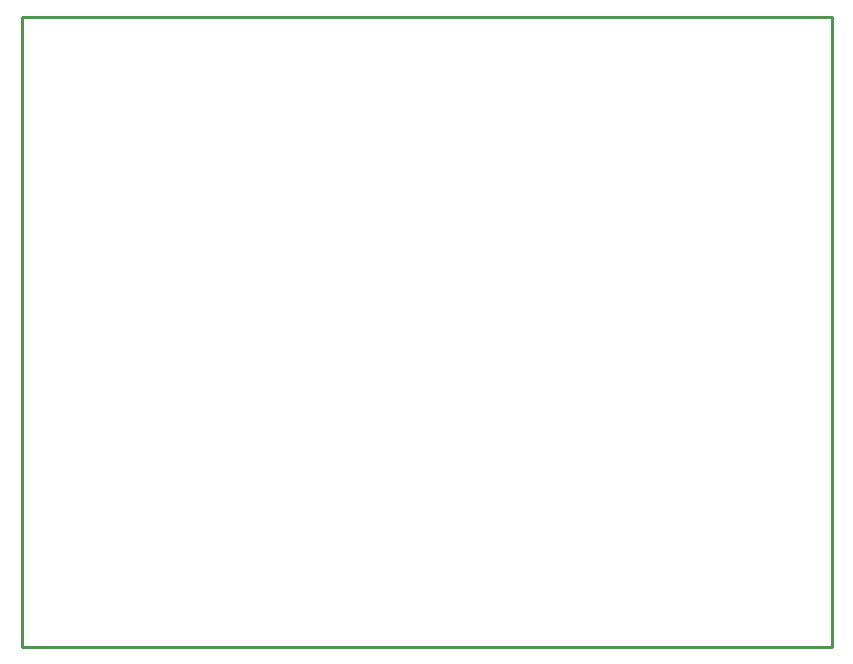
<source format=gbo>
G04*
G04 #@! TF.GenerationSoftware,Altium Limited,Altium Designer,18.0.7 (293)*
G04*
G04 Layer_Color=39423*
%FSLAX24Y24*%
%MOIN*%
G70*
G01*
G75*
%ADD11C,0.0100*%
D11*
X27250Y3500D02*
Y24500D01*
X250D02*
X27250D01*
X250Y3500D02*
Y24500D01*
Y3500D02*
X27250D01*
M02*

</source>
